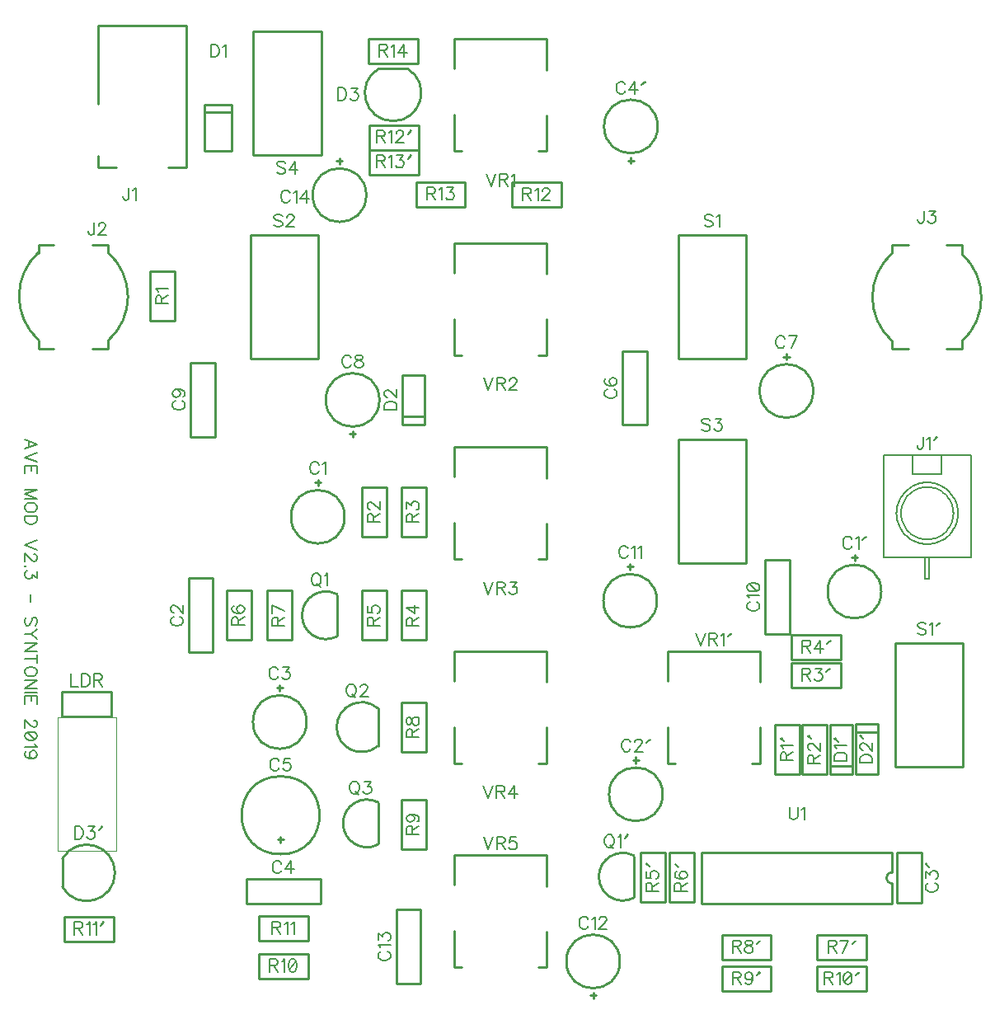
<source format=gbr>
G04 DipTrace 3.3.1.1*
G04 TopSilk.gbr*
%MOMM*%
G04 #@! TF.FileFunction,Legend,Top*
G04 #@! TF.Part,Single*
%ADD10C,0.25*%
%ADD16C,0.03333*%
%ADD29C,0.127*%
%ADD89C,0.19608*%
%FSLAX35Y35*%
G04*
G71*
G90*
G75*
G01*
G04 TopSilk*
%LPD*%
X3847293Y5916838D2*
D10*
G02X3847293Y5916838I275000J0D01*
G01*
X4092318Y6266838D2*
X4152268D1*
X4122293Y6296837D2*
Y6236839D1*
X3045973Y4525187D2*
X2795973D1*
X3045973Y5285187D2*
X2795973D1*
Y4525187D2*
Y5285187D1*
X3045973Y4525187D2*
Y5285187D1*
X3456083Y3809048D2*
G02X3456083Y3809048I275000J0D01*
G01*
X3701108Y4159048D2*
X3761058D1*
X3731083Y4189047D2*
Y4129049D1*
X3387467Y1947957D2*
Y2197957D1*
X4147467Y1947957D2*
Y2197957D1*
X3387467D2*
X4147467D1*
X3387467Y1947957D2*
X4147467D1*
X3740363Y3251843D2*
G02X3740363Y3251843I0J-400000D01*
G01*
X3770363Y2601843D2*
X3710363D1*
X3740363Y2571843D2*
Y2631843D1*
X7251927Y7619877D2*
X7501927D1*
X7251927Y6859877D2*
X7501927D1*
Y7619877D2*
Y6859877D1*
X7251927Y7619877D2*
Y6859877D1*
X8660247Y7209318D2*
G02X8660247Y7209318I275000J0D01*
G01*
X8905272Y7559318D2*
X8965222D1*
X8935247Y7589317D2*
Y7529319D1*
X4204950Y7116955D2*
G02X4204950Y7116955I275000J0D01*
G01*
X4509925Y6766956D2*
X4449975D1*
X4479950Y6736957D2*
Y6796955D1*
X2815893Y7499757D2*
X3065893D1*
X2815893Y6739757D2*
X3065893D1*
Y7499757D2*
Y6739757D1*
X2815893Y7499757D2*
Y6739757D1*
X8717040Y5473637D2*
X8967040D1*
X8717040Y4713637D2*
X8967040D1*
Y5473637D2*
Y4713637D1*
X8717040Y5473637D2*
Y4713637D1*
X7055087Y5054672D2*
G02X7055087Y5054672I275000J0D01*
G01*
X7300112Y5404671D2*
X7360062D1*
X7330087Y5434670D2*
Y5374672D1*
X6674947Y1351118D2*
G02X6674947Y1351118I275000J0D01*
G01*
X6979922Y1001119D2*
X6919972D1*
X6949947Y971120D2*
Y1031118D1*
X4926723Y1884097D2*
X5176723D1*
X4926723Y1124097D2*
X5176723D1*
Y1884097D2*
Y1124097D1*
X4926723Y1884097D2*
Y1124097D1*
X4070017Y9220042D2*
G02X4070017Y9220042I275000J0D01*
G01*
X4315042Y9570041D2*
X4374992D1*
X4345017Y9600040D2*
Y9540042D1*
X9359077Y5149488D2*
G02X9359077Y5149488I275000J0D01*
G01*
X9604102Y5499488D2*
X9664052D1*
X9634077Y5529487D2*
Y5469489D1*
X7113423Y3067472D2*
G02X7113423Y3067472I275000J0D01*
G01*
X7358448Y3417471D2*
X7418398D1*
X7388423Y3447470D2*
Y3387472D1*
X10070140Y1956590D2*
Y2466590D1*
X10320140Y1956590D2*
Y2466590D1*
Y1956590D2*
X10070140D1*
X10320140Y2466590D2*
X10070140D1*
X7062103Y9925585D2*
G02X7062103Y9925585I275000J0D01*
G01*
X7367078Y9575586D2*
X7307128D1*
X7337103Y9545587D2*
Y9605585D1*
X2960043Y10148182D2*
X3240043D1*
Y10142936D2*
Y9672724D1*
X2960043Y10072324D2*
X3240043D1*
X2960043Y9672724D2*
X3240043D1*
X2960043Y10142936D2*
Y9672724D1*
X5221807Y6865188D2*
X4991807D1*
Y7375698D1*
X5221807Y6950035D2*
X4991807D1*
X5221807Y7375698D2*
X4991807D1*
X5221807Y6865188D2*
Y7375698D1*
X4749412Y10520687D2*
X5040135D1*
G02X4749412Y10520687I-145362J-250435D01*
G01*
X9615530Y3272178D2*
X9385530D1*
Y3782688D1*
X9615530Y3357025D2*
X9385530D1*
X9615530Y3782688D2*
X9385530D1*
X9615530Y3272178D2*
Y3782688D1*
X9646063Y3788002D2*
X9876063D1*
Y3277492D1*
X9646063Y3703155D2*
X9876063D1*
X9646063Y3277492D2*
X9876063D1*
X9646063Y3788002D2*
Y3277492D1*
X1498540Y2115295D2*
Y2406018D1*
G02X1498540Y2115295I250435J-145362D01*
G01*
X2048270Y9508617D2*
X1868277D1*
X2768240Y10958517D2*
Y9508455D1*
X2588247D1*
X1868277D2*
Y9623475D1*
Y10153539D2*
Y10958517D1*
X2768240D1*
X1412227Y7641182D2*
X1251753D1*
Y7725122D1*
X1412227Y8709178D2*
X1251753D1*
Y8625238D1*
X1250969Y7735195D2*
G02X1250969Y8629995I408349J447400D01*
G01*
X1802156Y7641182D2*
X1967781D1*
Y7724982D1*
X1802156Y8709178D2*
X1967781D1*
Y8625378D1*
Y7724982D2*
G03X1968565Y8629995I-399808J452853D01*
G01*
X10578460Y8709108D2*
X10738933D1*
Y8625168D1*
X10578460Y7641112D2*
X10738933D1*
Y7725052D1*
X10739717Y8615095D2*
G02X10739717Y7720295I-408351J-447400D01*
G01*
X10188530Y8709108D2*
X10022905D1*
Y8625308D1*
X10188530Y7641112D2*
X10022905D1*
Y7724912D1*
Y8625308D2*
G03X10022122Y7720295I399810J-452853D01*
G01*
X9931162Y6552716D2*
D29*
X10231122D1*
X10531082D1*
X10831132D1*
X9931162D2*
Y5502832D1*
X10401126D1*
X10831132D1*
Y6552716D1*
X10064897Y5952687D2*
X10065667Y5974741D1*
X10067974Y5996687D1*
X10071807Y6018419D1*
X10077146Y6039831D1*
X10083967Y6060819D1*
X10092235Y6081279D1*
X10101910Y6101114D1*
X10112945Y6120224D1*
X10125287Y6138519D1*
X10138875Y6155909D1*
X10153643Y6172308D1*
X10169520Y6187637D1*
X10186427Y6201822D1*
X10204282Y6214793D1*
X10222999Y6226487D1*
X10242487Y6236847D1*
X10262649Y6245823D1*
X10283389Y6253370D1*
X10304605Y6259453D1*
X10326193Y6264041D1*
X10348049Y6267112D1*
X10370066Y6268651D1*
X10392137D1*
X10414154Y6267112D1*
X10436010Y6264041D1*
X10457598Y6259453D1*
X10478814Y6253370D1*
X10499554Y6245823D1*
X10519717Y6236847D1*
X10539204Y6226487D1*
X10557921Y6214793D1*
X10575777Y6201822D1*
X10592684Y6187637D1*
X10608560Y6172308D1*
X10623328Y6155909D1*
X10636916Y6138519D1*
X10649258Y6120224D1*
X10660294Y6101114D1*
X10669969Y6081279D1*
X10678237Y6060819D1*
X10685057Y6039831D1*
X10690396Y6018419D1*
X10694229Y5996687D1*
X10696536Y5974741D1*
X10697306Y5952687D1*
X10696536Y5930633D1*
X10694229Y5908686D1*
X10690396Y5886954D1*
X10685057Y5865542D1*
X10678237Y5844554D1*
X10669969Y5824094D1*
X10660294Y5804260D1*
X10649258Y5785149D1*
X10636916Y5766854D1*
X10623328Y5749465D1*
X10608560Y5733065D1*
X10592684Y5717736D1*
X10575777Y5703551D1*
X10557921Y5690580D1*
X10539204Y5678886D1*
X10519717Y5668526D1*
X10499554Y5659551D1*
X10478814Y5652003D1*
X10457598Y5645920D1*
X10436010Y5641332D1*
X10414154Y5638261D1*
X10392137Y5636722D1*
X10370066D1*
X10348049Y5638261D1*
X10326193Y5641332D1*
X10304605Y5645920D1*
X10283389Y5652003D1*
X10262649Y5659551D1*
X10242487Y5668526D1*
X10222999Y5678886D1*
X10204282Y5690580D1*
X10186427Y5703551D1*
X10169520Y5717736D1*
X10153643Y5733065D1*
X10138875Y5749465D1*
X10125287Y5766854D1*
X10112945Y5785149D1*
X10101910Y5804260D1*
X10092235Y5824094D1*
X10083967Y5844554D1*
X10077146Y5865542D1*
X10071807Y5886954D1*
X10067974Y5908686D1*
X10065667Y5930633D1*
X10064897Y5952687D1*
X10231122Y6552716D2*
Y6352706D1*
X10531082D1*
Y6552716D1*
X10112056Y5952754D2*
X10112711Y5971523D1*
X10114674Y5990201D1*
X10117936Y6008696D1*
X10122480Y6026919D1*
X10128284Y6044780D1*
X10135320Y6062194D1*
X10143553Y6079074D1*
X10152945Y6095338D1*
X10163447Y6110908D1*
X10175011Y6125708D1*
X10187579Y6139664D1*
X10201090Y6152711D1*
X10215478Y6164783D1*
X10230673Y6175822D1*
X10246601Y6185774D1*
X10263185Y6194591D1*
X10280343Y6202230D1*
X10297993Y6208653D1*
X10316048Y6213830D1*
X10334419Y6217735D1*
X10353019Y6220348D1*
X10371756Y6221658D1*
X10390538D1*
X10409274Y6220348D1*
X10427874Y6217735D1*
X10446246Y6213830D1*
X10464300Y6208653D1*
X10481950Y6202230D1*
X10499108Y6194591D1*
X10515692Y6185774D1*
X10531620Y6175822D1*
X10546816Y6164783D1*
X10561204Y6152711D1*
X10574715Y6139664D1*
X10587282Y6125708D1*
X10598846Y6110908D1*
X10609349Y6095338D1*
X10618740Y6079074D1*
X10626974Y6062194D1*
X10634010Y6044780D1*
X10639814Y6026919D1*
X10644357Y6008696D1*
X10647619Y5990201D1*
X10649582Y5971523D1*
X10650238Y5952754D1*
X10649582Y5933984D1*
X10647619Y5915306D1*
X10644357Y5896811D1*
X10639814Y5878588D1*
X10634010Y5860727D1*
X10626974Y5843313D1*
X10618740Y5826433D1*
X10609349Y5810169D1*
X10598846Y5794599D1*
X10587282Y5779800D1*
X10574715Y5765843D1*
X10561204Y5752797D1*
X10546816Y5740725D1*
X10531620Y5729686D1*
X10515692Y5719733D1*
X10499108Y5710916D1*
X10481950Y5703277D1*
X10464300Y5696854D1*
X10446246Y5691677D1*
X10427874Y5687773D1*
X10409274Y5685159D1*
X10390538Y5683849D1*
X10371756D1*
X10353019Y5685159D1*
X10334419Y5687773D1*
X10316048Y5691677D1*
X10297993Y5696854D1*
X10280343Y5703277D1*
X10263185Y5710916D1*
X10246601Y5719733D1*
X10230673Y5729686D1*
X10215478Y5740725D1*
X10201090Y5752797D1*
X10187579Y5765843D1*
X10175011Y5779800D1*
X10163447Y5794599D1*
X10152945Y5810169D1*
X10143553Y5826433D1*
X10135320Y5843313D1*
X10128284Y5860727D1*
X10122480Y5878588D1*
X10117936Y5896811D1*
X10114674Y5915306D1*
X10112711Y5933984D1*
X10112056Y5952754D1*
X10361167Y5492651D2*
Y5282594D1*
X10401126D1*
Y5502832D1*
X1493853Y4116950D2*
D10*
X2001020D1*
Y3862950D2*
Y4116950D1*
X1493853Y3862950D2*
X2001020D1*
X1493853D2*
Y4116950D1*
X4319950Y5121544D2*
G03X4319950Y4688830I-115008J-216357D01*
G01*
Y4695347D2*
Y5115026D1*
X4740935Y3948547D2*
G03X4740935Y3564547I-169121J-192000D01*
G01*
Y3948547D1*
X4741703Y2984827D2*
G03X4741703Y2552113I-115008J-216357D01*
G01*
Y2558631D2*
Y2978309D1*
X7368827Y2436904D2*
G03X7368827Y2004190I-115008J-216357D01*
G01*
Y2010707D2*
Y2430386D1*
X2401337Y7929867D2*
Y8437033D1*
X2655337D2*
X2401337D1*
X2655337Y7929867D2*
Y8437033D1*
Y7929867D2*
X2401337D1*
X4574847Y5715753D2*
Y6222920D1*
X4828847D2*
X4574847D1*
X4828847Y5715753D2*
Y6222920D1*
Y5715753D2*
X4574847D1*
X5232013Y6222920D2*
Y5715753D1*
X4978013D2*
X5232013D1*
X4978013Y6222920D2*
Y5715753D1*
Y6222920D2*
X5232013D1*
Y5158770D2*
Y4651603D1*
X4978013D2*
X5232013D1*
X4978013Y5158770D2*
Y4651603D1*
Y5158770D2*
X5232013D1*
X4828847D2*
Y4651603D1*
X4574847D2*
X4828847D1*
X4574847Y5158770D2*
Y4651603D1*
Y5158770D2*
X4828847D1*
X3185667Y4651603D2*
Y5158770D1*
X3439667D2*
X3185667D1*
X3439667Y4651603D2*
Y5158770D1*
Y4651603D2*
X3185667D1*
X3852790Y5158770D2*
Y4651603D1*
X3598790D2*
X3852790D1*
X3598790Y5158770D2*
Y4651603D1*
Y5158770D2*
X3852790D1*
X5232013Y4010130D2*
Y3502963D1*
X4978013D2*
X5232013D1*
X4978013Y4010130D2*
Y3502963D1*
Y4010130D2*
X5232013D1*
X4978013Y2505237D2*
Y3012403D1*
X5232013D2*
X4978013D1*
X5232013Y2505237D2*
Y3012403D1*
Y2505237D2*
X4978013D1*
X4021050Y1174663D2*
X3513883D1*
Y1428663D2*
Y1174663D1*
X4021050Y1428663D2*
X3513883D1*
X4021050D2*
Y1174663D1*
X3513883Y1813913D2*
X4021050D1*
Y1559913D2*
Y1813913D1*
X3513883Y1559913D2*
X4021050D1*
X3513883D2*
Y1813913D1*
X6115210Y9349160D2*
X6622377D1*
Y9095160D2*
Y9349160D1*
X6115210Y9095160D2*
X6622377D1*
X6115210D2*
Y9349160D1*
X5130250Y9354550D2*
X5637417D1*
Y9100550D2*
Y9354550D1*
X5130250Y9100550D2*
X5637417D1*
X5130250D2*
Y9354550D1*
X9073603Y3783277D2*
Y3276110D1*
X8819603D2*
X9073603D1*
X8819603Y3783277D2*
Y3276110D1*
Y3783277D2*
X9073603D1*
X9252167Y1297040D2*
X9759333D1*
Y1043040D2*
Y1297040D1*
X9252167Y1043040D2*
X9759333D1*
X9252167D2*
Y1297040D1*
X2027433Y1555920D2*
X1520267D1*
Y1809920D2*
Y1555920D1*
X2027433Y1809920D2*
X1520267D1*
X2027433D2*
Y1555920D1*
X5148357Y10570950D2*
X4641190D1*
Y10824950D2*
Y10570950D1*
X5148357Y10824950D2*
X4641190D1*
X5148357D2*
Y10570950D1*
X5158687Y9685313D2*
X4651520D1*
Y9939313D2*
Y9685313D1*
X5158687Y9939313D2*
X4651520D1*
X5158687D2*
Y9685313D1*
X4651220Y9685133D2*
X5158387D1*
Y9431133D2*
Y9685133D1*
X4651220Y9431133D2*
X5158387D1*
X4651220D2*
Y9685133D1*
X9098307Y3276267D2*
Y3783433D1*
X9352307D2*
X9098307D1*
X9352307Y3276267D2*
Y3783433D1*
Y3276267D2*
X9098307D1*
X9492350Y4161880D2*
X8985183D1*
Y4415880D2*
Y4161880D1*
X9492350Y4415880D2*
X8985183D1*
X9492350D2*
Y4161880D1*
X9497127Y4449497D2*
X8989960D1*
Y4703497D2*
Y4449497D1*
X9497127Y4703497D2*
X8989960D1*
X9497127D2*
Y4449497D1*
X7690443Y2469547D2*
Y1962380D1*
X7436443D2*
X7690443D1*
X7436443Y2469547D2*
Y1962380D1*
Y2469547D2*
X7690443D1*
X7986320Y2467453D2*
Y1960287D1*
X7732320D2*
X7986320D1*
X7732320Y2467453D2*
Y1960287D1*
Y2467453D2*
X7986320D1*
X9252167Y1622993D2*
X9759333D1*
Y1368993D2*
Y1622993D1*
X9252167Y1368993D2*
X9759333D1*
X9252167D2*
Y1622993D1*
X8778180Y1368993D2*
X8271013D1*
Y1622993D2*
Y1368993D1*
X8778180Y1622993D2*
X8271013D1*
X8778180D2*
Y1368993D1*
X8271013Y1297040D2*
X8778180D1*
Y1043040D2*
Y1297040D1*
X8271013Y1043040D2*
X8778180D1*
X8271013D2*
Y1297040D1*
X7822617Y7540273D2*
X8521117D1*
Y8810354D1*
X7822617D1*
Y7540273D1*
X3428473Y7540106D2*
X4126973D1*
Y8810187D1*
X3428473D1*
Y7540106D1*
X7822317Y5444823D2*
X8520817D1*
Y6714904D1*
X7822317D1*
Y5444823D1*
X4159213Y10905857D2*
X3460713D1*
Y9635776D1*
X4159213D1*
Y10905857D1*
X10747677Y4619117D2*
X10049177D1*
Y3349036D1*
X10747677D1*
Y4619117D1*
X10022320Y1948482D2*
X8062320D1*
Y2468491D2*
Y1948482D1*
X10022320Y2468491D2*
X8062320D1*
X10022320D2*
Y2268538D1*
Y1948482D2*
Y2148436D1*
Y2268538D2*
G03X10022320Y2148436I75J-60051D01*
G01*
X5522104Y9673095D2*
Y10045084D1*
X6472196Y9673095D2*
Y10040124D1*
X5522104Y9673095D2*
X5602206D1*
X5522104Y10823110D2*
X6472196D1*
Y9673095D2*
X6387133D1*
X5522104Y10823110D2*
Y10518146D1*
X6472196Y10823110D2*
Y10508092D1*
X5522267Y7577425D2*
Y7949414D1*
X6472359Y7577425D2*
Y7944454D1*
X5522267Y7577425D2*
X5602369D1*
X5522267Y8727440D2*
X6472359D1*
Y7577425D2*
X6387296D1*
X5522267Y8727440D2*
Y8422476D1*
X6472359Y8727440D2*
Y8412422D1*
X5522467Y5481312D2*
Y5853300D1*
X6472559Y5481312D2*
Y5848341D1*
X5522467Y5481312D2*
X5602569D1*
X5522467Y6631327D2*
X6472559D1*
Y5481312D2*
X6387496D1*
X5522467Y6631327D2*
Y6326363D1*
X6472559Y6631327D2*
Y6316309D1*
X5522637Y3386282D2*
Y3758270D1*
X6472729Y3386282D2*
Y3753311D1*
X5522637Y3386282D2*
X5602739D1*
X5522637Y4536297D2*
X6472729D1*
Y3386282D2*
X6387666D1*
X5522637Y4536297D2*
Y4231333D1*
X6472729Y4536297D2*
Y4221279D1*
X5522667Y1290622D2*
Y1662610D1*
X6472759Y1290622D2*
Y1657651D1*
X5522667Y1290622D2*
X5602769D1*
X5522667Y2440637D2*
X6472759D1*
Y1290622D2*
X6387696D1*
X5522667Y2440637D2*
Y2135673D1*
X6472759Y2440637D2*
Y2125619D1*
X7712547Y3386745D2*
Y3758734D1*
X8662639Y3386745D2*
Y3753774D1*
X7712547Y3386745D2*
X7792649D1*
X7712547Y4536760D2*
X8662639D1*
Y3386745D2*
X8577576D1*
X7712547Y4536760D2*
Y4231796D1*
X8662639Y4536760D2*
Y4221742D1*
X1451270Y3858740D2*
D16*
X2053693D1*
Y2486130D1*
X1451270D1*
Y3858740D1*
X4133009Y6452500D2*
D89*
X4126972Y6464573D1*
X4114759Y6476787D1*
X4102685Y6482823D1*
X4078399D1*
X4066185Y6476787D1*
X4054112Y6464573D1*
X4047935Y6452500D1*
X4041899Y6434250D1*
Y6403787D1*
X4047935Y6385677D1*
X4054112Y6373464D1*
X4066185Y6361391D1*
X4078399Y6355214D1*
X4102685D1*
X4114759Y6361391D1*
X4126972Y6373464D1*
X4133009Y6385677D1*
X4172224Y6458396D2*
X4184438Y6464573D1*
X4202688Y6482683D1*
Y6355214D1*
X2640310Y4888597D2*
X2628237Y4882561D1*
X2616023Y4870347D1*
X2609987Y4858274D1*
Y4833988D1*
X2616023Y4821774D1*
X2628237Y4809701D1*
X2640310Y4803524D1*
X2658560Y4797488D1*
X2689023D1*
X2707133Y4803524D1*
X2719346Y4809701D1*
X2731420Y4821774D1*
X2737596Y4833988D1*
Y4858274D1*
X2731420Y4870347D1*
X2719346Y4882561D1*
X2707133Y4888597D1*
X2640450Y4933990D2*
X2634414D1*
X2622200Y4940026D1*
X2616164Y4946063D1*
X2610127Y4958276D1*
Y4982563D1*
X2616164Y4994636D1*
X2622200Y5000673D1*
X2634414Y5006849D1*
X2646487D1*
X2658700Y5000672D1*
X2676810Y4988599D1*
X2737596Y4927813D1*
Y5012886D1*
X3714494Y4344710D2*
X3708457Y4356783D1*
X3696244Y4368997D1*
X3684171Y4375033D1*
X3659884D1*
X3647671Y4368997D1*
X3635598Y4356783D1*
X3629421Y4344710D1*
X3623384Y4326460D1*
Y4295997D1*
X3629421Y4277887D1*
X3635598Y4265674D1*
X3647671Y4253601D1*
X3659884Y4247424D1*
X3684171D1*
X3696244Y4253601D1*
X3708457Y4265674D1*
X3714494Y4277887D1*
X3765923Y4374893D2*
X3832606D1*
X3796246Y4326320D1*
X3814496D1*
X3826569Y4320283D1*
X3832606Y4314247D1*
X3838783Y4295997D1*
Y4283924D1*
X3832606Y4265674D1*
X3820533Y4253460D1*
X3802283Y4247424D1*
X3784033D1*
X3765923Y4253460D1*
X3759886Y4259637D1*
X3753709Y4271710D1*
X3747859Y2353620D2*
X3741822Y2365693D1*
X3729609Y2377907D1*
X3717536Y2383943D1*
X3693249D1*
X3681036Y2377907D1*
X3668963Y2365693D1*
X3662786Y2353620D1*
X3656749Y2335370D1*
Y2304907D1*
X3662786Y2286797D1*
X3668963Y2274584D1*
X3681036Y2262511D1*
X3693249Y2256334D1*
X3717536D1*
X3729609Y2262511D1*
X3741822Y2274584D1*
X3747859Y2286797D1*
X3847861Y2256334D2*
Y2383803D1*
X3787075Y2298870D1*
X3878184D1*
X3723774Y3407507D2*
X3717737Y3419580D1*
X3705524Y3431793D1*
X3693451Y3437830D1*
X3669164D1*
X3656951Y3431793D1*
X3644878Y3419580D1*
X3638701Y3407507D1*
X3632664Y3389257D1*
Y3358793D1*
X3638701Y3340684D1*
X3644878Y3328470D1*
X3656951Y3316397D1*
X3669164Y3310220D1*
X3693451D1*
X3705524Y3316397D1*
X3717737Y3328470D1*
X3723774Y3340684D1*
X3835849Y3437690D2*
X3775203D1*
X3769166Y3383080D1*
X3775203Y3389116D1*
X3793453Y3395293D1*
X3811563D1*
X3829813Y3389116D1*
X3842026Y3377043D1*
X3848063Y3358793D1*
Y3346720D1*
X3842026Y3328470D1*
X3829813Y3316257D1*
X3811563Y3310220D1*
X3793453D1*
X3775203Y3316257D1*
X3769166Y3322434D1*
X3762989Y3334507D1*
X7096263Y7226376D2*
X7084190Y7220339D1*
X7071977Y7208126D1*
X7065940Y7196053D1*
Y7171766D1*
X7071977Y7159553D1*
X7084190Y7147480D1*
X7096263Y7141303D1*
X7114513Y7135266D1*
X7144977D1*
X7163086Y7141303D1*
X7175300Y7147480D1*
X7187373Y7159553D1*
X7193550Y7171766D1*
Y7196053D1*
X7187373Y7208126D1*
X7175300Y7220339D1*
X7163086Y7226376D1*
X7084190Y7338451D2*
X7072117Y7332414D1*
X7066081Y7314164D1*
Y7302091D1*
X7072117Y7283841D1*
X7090367Y7271628D1*
X7120690Y7265591D1*
X7151013D1*
X7175300Y7271628D1*
X7187513Y7283841D1*
X7193550Y7302091D1*
Y7308128D1*
X7187513Y7326237D1*
X7175300Y7338451D1*
X7157050Y7344487D1*
X7151013D1*
X7132763Y7338451D1*
X7120690Y7326237D1*
X7114654Y7308128D1*
Y7302091D1*
X7120690Y7283841D1*
X7132763Y7271628D1*
X7151013Y7265591D1*
X8918657Y7744980D2*
X8912621Y7757053D1*
X8900407Y7769267D1*
X8888334Y7775303D1*
X8864047D1*
X8851834Y7769267D1*
X8839761Y7757053D1*
X8833584Y7744980D1*
X8827547Y7726730D1*
Y7696267D1*
X8833584Y7678157D1*
X8839761Y7665944D1*
X8851834Y7653871D1*
X8864047Y7647694D1*
X8888334D1*
X8900407Y7653871D1*
X8912621Y7665944D1*
X8918657Y7678157D1*
X8982159Y7647694D2*
X9042946Y7775163D1*
X8957873D1*
X4463431Y7547620D2*
X4457394Y7559693D1*
X4445181Y7571907D1*
X4433108Y7577943D1*
X4408821D1*
X4396608Y7571907D1*
X4384534Y7559693D1*
X4378358Y7547620D1*
X4372321Y7529370D1*
Y7498907D1*
X4378358Y7480797D1*
X4384534Y7468584D1*
X4396608Y7456511D1*
X4408821Y7450334D1*
X4433108D1*
X4445181Y7456511D1*
X4457394Y7468584D1*
X4463431Y7480797D1*
X4532969Y7577803D2*
X4514860Y7571766D1*
X4508683Y7559693D1*
Y7547480D1*
X4514860Y7535407D1*
X4526933Y7529230D1*
X4551219Y7523193D1*
X4569469Y7517157D1*
X4581542Y7504943D1*
X4587579Y7492870D1*
Y7474620D1*
X4581542Y7462547D1*
X4575506Y7456370D1*
X4557256Y7450334D1*
X4532969D1*
X4514860Y7456370D1*
X4508683Y7462547D1*
X4502646Y7474620D1*
Y7492870D1*
X4508683Y7504943D1*
X4520896Y7517157D1*
X4539006Y7523193D1*
X4563292Y7529230D1*
X4575506Y7535407D1*
X4581542Y7547480D1*
Y7559693D1*
X4575506Y7571766D1*
X4557256Y7577803D1*
X4532969D1*
X2660230Y7106186D2*
X2648157Y7100149D1*
X2635943Y7087936D1*
X2629907Y7075863D1*
Y7051576D1*
X2635943Y7039363D1*
X2648157Y7027290D1*
X2660230Y7021113D1*
X2678480Y7015076D1*
X2708943D1*
X2727053Y7021113D1*
X2739266Y7027290D1*
X2751340Y7039363D1*
X2757516Y7051576D1*
Y7075862D1*
X2751340Y7087935D1*
X2739266Y7100149D1*
X2727053Y7106186D1*
X2672443Y7224438D2*
X2690693Y7218261D1*
X2702907Y7206188D1*
X2708943Y7187938D1*
Y7181901D1*
X2702907Y7163651D1*
X2690693Y7151578D1*
X2672443Y7145401D1*
X2666407D1*
X2648157Y7151578D1*
X2636084Y7163651D1*
X2630047Y7181901D1*
Y7187938D1*
X2636084Y7206188D1*
X2648157Y7218261D1*
X2672443Y7224438D1*
X2702907D1*
X2733230Y7218261D1*
X2751480Y7206188D1*
X2757516Y7187938D1*
Y7175865D1*
X2751480Y7157615D1*
X2739266Y7151578D1*
X8561377Y5042208D2*
X8549304Y5036171D1*
X8537090Y5023958D1*
X8531053Y5011885D1*
Y4987598D1*
X8537090Y4975385D1*
X8549303Y4963312D1*
X8561376Y4957135D1*
X8579626Y4951098D1*
X8610090D1*
X8628200Y4957135D1*
X8640413Y4963312D1*
X8652486Y4975385D1*
X8658663Y4987598D1*
Y5011885D1*
X8652486Y5023958D1*
X8640413Y5036171D1*
X8628200Y5042208D1*
X8555480Y5081423D2*
X8549304Y5093637D1*
X8531194Y5111887D1*
X8658663D1*
X8531194Y5187602D2*
X8537230Y5169352D1*
X8555480Y5157139D1*
X8585804Y5151102D1*
X8604054D1*
X8634377Y5157139D1*
X8652627Y5169352D1*
X8658663Y5187602D1*
Y5199675D1*
X8652627Y5217925D1*
X8634377Y5229999D1*
X8604053Y5236175D1*
X8585804D1*
X8555480Y5229999D1*
X8537230Y5217926D1*
X8531194Y5199676D1*
Y5187602D1*
X8555480Y5229999D2*
X8634377Y5157139D1*
X7305962Y5590334D2*
X7299926Y5602407D1*
X7287712Y5614620D1*
X7275639Y5620657D1*
X7251353D1*
X7239139Y5614620D1*
X7227066Y5602407D1*
X7220889Y5590334D1*
X7214853Y5572084D1*
Y5541620D1*
X7220889Y5523510D1*
X7227066Y5511297D1*
X7239139Y5499224D1*
X7251353Y5493047D1*
X7275639D1*
X7287712Y5499224D1*
X7299926Y5511297D1*
X7305962Y5523510D1*
X7345178Y5596230D2*
X7357391Y5602407D1*
X7375641Y5620516D1*
Y5493047D1*
X7414857Y5596230D2*
X7427071Y5602407D1*
X7445321Y5620516D1*
Y5493047D1*
X6898518Y1781784D2*
X6892481Y1793857D1*
X6880268Y1806070D1*
X6868194Y1812107D1*
X6843908D1*
X6831694Y1806070D1*
X6819621Y1793857D1*
X6813444Y1781784D1*
X6807408Y1763534D1*
Y1733070D1*
X6813444Y1714960D1*
X6819621Y1702747D1*
X6831694Y1690674D1*
X6843908Y1684497D1*
X6868194D1*
X6880268Y1690674D1*
X6892481Y1702747D1*
X6898518Y1714960D1*
X6937733Y1787680D2*
X6949947Y1793857D1*
X6968197Y1811966D1*
Y1684497D1*
X7013589Y1781643D2*
Y1787680D1*
X7019626Y1799893D1*
X7025662Y1805930D1*
X7037876Y1811966D1*
X7062162D1*
X7074235Y1805930D1*
X7080272Y1799893D1*
X7086449Y1787680D1*
Y1775607D1*
X7080272Y1763393D1*
X7068199Y1745284D1*
X7007412Y1684497D1*
X7092485D1*
X4771060Y1452668D2*
X4758987Y1446631D1*
X4746773Y1434418D1*
X4740737Y1422345D1*
Y1398058D1*
X4746773Y1385845D1*
X4758987Y1373772D1*
X4771060Y1367595D1*
X4789310Y1361558D1*
X4819773D1*
X4837883Y1367595D1*
X4850096Y1373772D1*
X4862170Y1385845D1*
X4868346Y1398058D1*
Y1422345D1*
X4862170Y1434418D1*
X4850096Y1446631D1*
X4837883Y1452668D1*
X4765164Y1491883D2*
X4758987Y1504097D1*
X4740877Y1522347D1*
X4868346D1*
X4740877Y1573776D2*
Y1640459D1*
X4789450Y1604099D1*
Y1622349D1*
X4795487Y1634422D1*
X4801523Y1640459D1*
X4819773Y1646635D1*
X4831846D1*
X4850096Y1640459D1*
X4862310Y1628385D1*
X4868346Y1610135D1*
Y1591885D1*
X4862310Y1573776D1*
X4856133Y1567739D1*
X4844060Y1561562D1*
X3834483Y9240244D2*
X3828446Y9252317D1*
X3816233Y9264530D1*
X3804160Y9270567D1*
X3779873D1*
X3767660Y9264530D1*
X3755586Y9252317D1*
X3749410Y9240244D1*
X3743373Y9221994D1*
Y9191530D1*
X3749410Y9173420D1*
X3755586Y9161207D1*
X3767660Y9149134D1*
X3779873Y9142957D1*
X3804160D1*
X3816233Y9149134D1*
X3828446Y9161207D1*
X3834483Y9173420D1*
X3873698Y9246140D2*
X3885912Y9252317D1*
X3904162Y9270426D1*
Y9142957D1*
X4004164D2*
Y9270426D1*
X3943377Y9185494D1*
X4034487D1*
X9606934Y5685150D2*
X9600898Y5697223D1*
X9588684Y5709437D1*
X9576611Y5715473D1*
X9552324D1*
X9540111Y5709437D1*
X9528038Y5697223D1*
X9521861Y5685150D1*
X9515824Y5666900D1*
Y5636437D1*
X9521861Y5618327D1*
X9528038Y5606114D1*
X9540111Y5594041D1*
X9552324Y5587864D1*
X9576611D1*
X9588684Y5594041D1*
X9600898Y5606114D1*
X9606934Y5618327D1*
X9646150Y5691046D2*
X9658363Y5697223D1*
X9676613Y5715333D1*
Y5587864D1*
X9746292Y5715333D2*
X9715829Y5678833D1*
X9752329Y5709296D1*
X9746292Y5715333D1*
X7333976Y3603134D2*
X7327939Y3615207D1*
X7315726Y3627420D1*
X7303653Y3633457D1*
X7279366D1*
X7267153Y3627420D1*
X7255080Y3615207D1*
X7248903Y3603134D1*
X7242866Y3584884D1*
Y3554420D1*
X7248903Y3536310D1*
X7255080Y3524097D1*
X7267153Y3512024D1*
X7279366Y3505847D1*
X7303653D1*
X7315726Y3512024D1*
X7327939Y3524097D1*
X7333976Y3536310D1*
X7379369Y3602993D2*
Y3609030D1*
X7385405Y3621243D1*
X7391442Y3627280D1*
X7403655Y3633316D1*
X7427942D1*
X7440015Y3627280D1*
X7446051Y3621243D1*
X7452228Y3609030D1*
Y3596957D1*
X7446051Y3584743D1*
X7433978Y3566634D1*
X7373192Y3505847D1*
X7458265D1*
X7527944Y3633316D2*
X7497480Y3596816D1*
X7533980Y3627280D1*
X7527944Y3633316D1*
X10393538Y2157143D2*
X10381465Y2151106D1*
X10369252Y2138893D1*
X10363215Y2126820D1*
Y2102533D1*
X10369252Y2090320D1*
X10381465Y2078247D1*
X10393538Y2072070D1*
X10411788Y2066033D1*
X10442252D1*
X10460361Y2072070D1*
X10472575Y2078247D1*
X10484648Y2090320D1*
X10490825Y2102533D1*
Y2126820D1*
X10484648Y2138893D1*
X10472575Y2151106D1*
X10460361Y2157143D1*
X10363356Y2208572D2*
Y2275255D1*
X10411929Y2238895D1*
Y2257145D1*
X10417965Y2269218D1*
X10424002Y2275255D1*
X10442252Y2281431D1*
X10454325D1*
X10472575Y2275254D1*
X10484788Y2263181D1*
X10490825Y2244931D1*
Y2226681D1*
X10484788Y2208572D1*
X10478611Y2202535D1*
X10466538Y2196358D1*
X10363356Y2351111D2*
X10399856Y2320647D1*
X10369392Y2357147D1*
X10363356Y2351111D1*
X7279638Y10356250D2*
X7273601Y10368323D1*
X7261388Y10380537D1*
X7249315Y10386573D1*
X7225028D1*
X7212815Y10380537D1*
X7200741Y10368323D1*
X7194565Y10356250D1*
X7188528Y10338000D1*
Y10307537D1*
X7194565Y10289427D1*
X7200741Y10277214D1*
X7212815Y10265141D1*
X7225028Y10258964D1*
X7249315D1*
X7261388Y10265141D1*
X7273601Y10277214D1*
X7279638Y10289427D1*
X7379640Y10258964D2*
Y10386433D1*
X7318853Y10301500D1*
X7409963D1*
X7479642Y10386433D2*
X7449179Y10349933D1*
X7485679Y10380396D1*
X7479642Y10386433D1*
X3022667Y10766317D2*
Y10638707D1*
X3065204D1*
X3083454Y10644884D1*
X3095667Y10656957D1*
X3101704Y10669170D1*
X3107740Y10687280D1*
Y10717744D1*
X3101704Y10735994D1*
X3095667Y10748067D1*
X3083454Y10760280D1*
X3065204Y10766317D1*
X3022667D1*
X3146956Y10741890D2*
X3159169Y10748067D1*
X3177419Y10766176D1*
Y10638707D1*
X4805820Y7015763D2*
X4933430D1*
Y7058299D1*
X4927253Y7076549D1*
X4915180Y7088763D1*
X4902966Y7094799D1*
X4884857Y7100836D1*
X4854393D1*
X4836143Y7094799D1*
X4824070Y7088763D1*
X4811857Y7076549D1*
X4805820Y7058299D1*
Y7015763D1*
X4836284Y7146228D2*
X4830247D1*
X4818034Y7152265D1*
X4811997Y7158301D1*
X4805961Y7170515D1*
Y7194801D1*
X4811997Y7206874D1*
X4818034Y7212911D1*
X4830247Y7219088D1*
X4842320D1*
X4854534Y7212911D1*
X4872643Y7200838D1*
X4933430Y7140051D1*
Y7225124D1*
X4330049Y10322253D2*
Y10194644D1*
X4372586D1*
X4390836Y10200821D1*
X4403049Y10212894D1*
X4409086Y10225107D1*
X4415122Y10243217D1*
Y10273680D1*
X4409086Y10291930D1*
X4403049Y10304003D1*
X4390836Y10316217D1*
X4372586Y10322253D1*
X4330049D1*
X4466551Y10322113D2*
X4533234D1*
X4496874Y10273540D1*
X4515124D1*
X4527197Y10267503D1*
X4533234Y10261467D1*
X4539411Y10243217D1*
Y10231144D1*
X4533234Y10212894D1*
X4521161Y10200680D1*
X4502911Y10194644D1*
X4484661D1*
X4466551Y10200680D1*
X4460515Y10206857D1*
X4454338Y10218930D1*
X9429074Y3412200D2*
X9556684D1*
Y3454736D1*
X9550507Y3472986D1*
X9538434Y3485200D1*
X9526221Y3491236D1*
X9508111Y3497273D1*
X9477647D1*
X9459397Y3491236D1*
X9447324Y3485200D1*
X9435111Y3472986D1*
X9429074Y3454736D1*
Y3412200D1*
X9453501Y3536488D2*
X9447324Y3548702D1*
X9429215Y3566952D1*
X9556684D1*
X9429215Y3636631D2*
X9465715Y3606167D1*
X9435251Y3642667D1*
X9429215Y3636631D1*
X9689608Y3390208D2*
X9817217D1*
Y3432745D1*
X9811040Y3450995D1*
X9798967Y3463208D1*
X9786754Y3469245D1*
X9768644Y3475281D1*
X9738181D1*
X9719931Y3469245D1*
X9707858Y3463208D1*
X9695644Y3450995D1*
X9689608Y3432745D1*
Y3390208D1*
X9720071Y3520674D2*
X9714035D1*
X9701821Y3526710D1*
X9695785Y3532747D1*
X9689748Y3544960D1*
Y3569247D1*
X9695785Y3581320D1*
X9701821Y3587356D1*
X9714035Y3593533D1*
X9726108D1*
X9738321Y3587356D1*
X9756431Y3575283D1*
X9817217Y3514497D1*
Y3599570D1*
X9689748Y3669249D2*
X9726248Y3638786D1*
X9695785Y3675286D1*
X9689748Y3669249D1*
X1626001Y2736208D2*
Y2608598D1*
X1668538D1*
X1686788Y2614775D1*
X1699001Y2626848D1*
X1705038Y2639062D1*
X1711074Y2657172D1*
Y2687635D1*
X1705038Y2705885D1*
X1699001Y2717958D1*
X1686788Y2730172D1*
X1668538Y2736208D1*
X1626001D1*
X1762503Y2736068D2*
X1829186D1*
X1792827Y2687495D1*
X1811077D1*
X1823150Y2681458D1*
X1829186Y2675422D1*
X1835363Y2657172D1*
Y2645098D1*
X1829186Y2626848D1*
X1817113Y2614635D1*
X1798863Y2608598D1*
X1780613D1*
X1762503Y2614635D1*
X1756467Y2620812D1*
X1750290Y2632885D1*
X1905042Y2736068D2*
X1874579Y2699568D1*
X1911079Y2730031D1*
X1905042Y2736068D1*
X2181294Y9295442D2*
Y9198295D1*
X2175257Y9180045D1*
X2169080Y9174009D1*
X2157007Y9167832D1*
X2144794D1*
X2132721Y9174009D1*
X2126684Y9180045D1*
X2120507Y9198295D1*
Y9210369D1*
X2220509Y9271015D2*
X2232723Y9277192D1*
X2250973Y9295301D1*
Y9167832D1*
X1825084Y8938660D2*
Y8841514D1*
X1819048Y8823264D1*
X1812871Y8817227D1*
X1800798Y8811050D1*
X1788584D1*
X1776511Y8817227D1*
X1770475Y8823264D1*
X1764298Y8841514D1*
Y8853587D1*
X1870477Y8908196D2*
Y8914233D1*
X1876513Y8926446D1*
X1882550Y8932483D1*
X1894763Y8938520D1*
X1919050D1*
X1931123Y8932483D1*
X1937160Y8926446D1*
X1943337Y8914233D1*
Y8902160D1*
X1937160Y8889946D1*
X1925087Y8871837D1*
X1864300Y8811050D1*
X1949373D1*
X10346113Y9060597D2*
Y8963450D1*
X10340077Y8945200D1*
X10333900Y8939164D1*
X10321827Y8932987D1*
X10309613D1*
X10297540Y8939164D1*
X10291504Y8945200D1*
X10285327Y8963450D1*
Y8975524D1*
X10397543Y9060456D2*
X10464225D1*
X10427866Y9011883D1*
X10446116D1*
X10458189Y9005847D1*
X10464225Y8999810D1*
X10470402Y8981560D1*
Y8969487D1*
X10464225Y8951237D1*
X10452152Y8939024D1*
X10433902Y8932987D1*
X10415652D1*
X10397543Y8939024D1*
X10391506Y8945200D1*
X10385329Y8957274D1*
X10338843Y6738702D2*
Y6641556D1*
X10332806Y6623306D1*
X10326629Y6617270D1*
X10314556Y6611093D1*
X10302343D1*
X10290269Y6617270D1*
X10284233Y6623306D1*
X10278056Y6641556D1*
Y6653629D1*
X10378058Y6714276D2*
X10390272Y6720452D1*
X10408522Y6738562D1*
Y6611093D1*
X10478201Y6738562D2*
X10447737Y6702062D1*
X10484237Y6732526D1*
X10478201Y6738562D1*
X1586718Y4302937D2*
Y4175327D1*
X1659578D1*
X1698793Y4302937D2*
Y4175327D1*
X1741330D1*
X1759580Y4181504D1*
X1771793Y4193577D1*
X1777830Y4205790D1*
X1783866Y4223900D1*
Y4254364D1*
X1777830Y4272614D1*
X1771793Y4284687D1*
X1759580Y4296900D1*
X1741330Y4302937D1*
X1698793D1*
X1823082Y4242150D2*
X1877692D1*
X1895942Y4248327D1*
X1902119Y4254364D1*
X1908155Y4266437D1*
Y4278650D1*
X1902119Y4290723D1*
X1895942Y4296900D1*
X1877692Y4302937D1*
X1823082D1*
Y4175327D1*
X1865619Y4242150D2*
X1908155Y4175327D1*
X4092950Y5336198D2*
X4080877Y5330302D1*
X4068664Y5318089D1*
X4062627Y5305875D1*
X4056450Y5287625D1*
Y5257302D1*
X4062627Y5239052D1*
X4068664Y5226979D1*
X4080877Y5214766D1*
X4092950Y5208729D1*
X4117237D1*
X4129450Y5214766D1*
X4141524Y5226979D1*
X4147560Y5239052D1*
X4153737Y5257302D1*
Y5287625D1*
X4147560Y5305875D1*
X4141524Y5318089D1*
X4129450Y5330302D1*
X4117237Y5336198D1*
X4092950D1*
X4111200Y5233016D2*
X4147560Y5196516D1*
X4192953Y5311771D2*
X4205166Y5317948D1*
X4223416Y5336058D1*
Y5208589D1*
X4454156Y4198396D2*
X4442083Y4192500D1*
X4429869Y4180286D1*
X4423833Y4168073D1*
X4417656Y4149823D1*
Y4119500D1*
X4423833Y4101250D1*
X4429869Y4089177D1*
X4442083Y4076963D1*
X4454156Y4070927D1*
X4478442D1*
X4490656Y4076963D1*
X4502729Y4089177D1*
X4508765Y4101250D1*
X4514942Y4119500D1*
Y4149823D1*
X4508765Y4168073D1*
X4502729Y4180286D1*
X4490656Y4192500D1*
X4478442Y4198396D1*
X4454156D1*
X4472406Y4095213D2*
X4508765Y4058713D1*
X4560335Y4167933D2*
Y4173969D1*
X4566371Y4186183D1*
X4572408Y4192219D1*
X4584621Y4198256D1*
X4608908D1*
X4620981Y4192219D1*
X4627018Y4186183D1*
X4633194Y4173969D1*
Y4161896D1*
X4627018Y4149683D1*
X4614944Y4131573D1*
X4554158Y4070786D1*
X4639231D1*
X4487399Y3199482D2*
X4475326Y3193586D1*
X4463112Y3181372D1*
X4457076Y3169159D1*
X4450899Y3150909D1*
Y3120586D1*
X4457076Y3102336D1*
X4463112Y3090262D1*
X4475326Y3078049D1*
X4487399Y3072012D1*
X4511686D1*
X4523899Y3078049D1*
X4535972Y3090262D1*
X4542009Y3102336D1*
X4548186Y3120586D1*
Y3150909D1*
X4542009Y3169159D1*
X4535972Y3181372D1*
X4523899Y3193586D1*
X4511686Y3199482D1*
X4487399D1*
X4505649Y3096299D2*
X4542009Y3059799D1*
X4599615Y3199341D2*
X4666297D1*
X4629938Y3150768D1*
X4648188D1*
X4660261Y3144732D1*
X4666297Y3138695D1*
X4672474Y3120445D1*
Y3108372D1*
X4666297Y3090122D1*
X4654224Y3077909D1*
X4635974Y3071872D1*
X4617724D1*
X4599615Y3077909D1*
X4593578Y3084086D1*
X4587401Y3096159D1*
X7103969Y2651558D2*
X7091896Y2645662D1*
X7079683Y2633449D1*
X7073646Y2621235D1*
X7067469Y2602985D1*
Y2572662D1*
X7073646Y2554412D1*
X7079683Y2542339D1*
X7091896Y2530126D1*
X7103969Y2524089D1*
X7128256D1*
X7140469Y2530126D1*
X7152542Y2542339D1*
X7158579Y2554412D1*
X7164756Y2572662D1*
Y2602985D1*
X7158579Y2621235D1*
X7152542Y2633449D1*
X7140469Y2645662D1*
X7128256Y2651558D1*
X7103969D1*
X7122219Y2548376D2*
X7158579Y2511876D1*
X7203972Y2627131D2*
X7216185Y2633308D1*
X7234435Y2651418D1*
Y2523949D1*
X7304114Y2651418D2*
X7273651Y2614918D1*
X7310151Y2645381D1*
X7304114Y2651418D1*
X2517667Y8106074D2*
X2517668Y8160684D1*
X2511491Y8178934D1*
X2505454Y8185111D1*
X2493381Y8191147D1*
X2481168D1*
X2469094Y8185111D1*
X2462918Y8178934D1*
X2456881Y8160684D1*
Y8106074D1*
X2584491D1*
X2517668Y8148611D2*
X2584491Y8191147D1*
X2481308Y8230363D2*
X2475131Y8242576D1*
X2457021Y8260826D1*
X2584491D1*
X4691177Y5864656D2*
X4691178Y5919266D1*
X4685001Y5937516D1*
X4678964Y5943693D1*
X4666891Y5949729D1*
X4654678D1*
X4642604Y5943693D1*
X4636428Y5937516D1*
X4630391Y5919266D1*
Y5864656D1*
X4758001D1*
X4691178Y5907193D2*
X4758001Y5949729D1*
X4660855Y5995122D2*
X4654818D1*
X4642605Y6001158D1*
X4636568Y6007195D1*
X4630531Y6019408D1*
Y6043695D1*
X4636568Y6055768D1*
X4642605Y6061804D1*
X4654818Y6067981D1*
X4666891D1*
X4679105Y6061804D1*
X4697214Y6049731D1*
X4758001Y5988945D1*
Y6074018D1*
X5094344Y5864656D2*
Y5919266D1*
X5088167Y5937516D1*
X5082131Y5943693D1*
X5070058Y5949729D1*
X5057844D1*
X5045771Y5943693D1*
X5039594Y5937516D1*
X5033558Y5919266D1*
Y5864656D1*
X5161167D1*
X5094344Y5907193D2*
X5161167Y5949729D1*
X5033698Y6001158D2*
Y6067841D1*
X5082271Y6031481D1*
Y6049731D1*
X5088308Y6061804D1*
X5094344Y6067841D1*
X5112594Y6074018D1*
X5124667D1*
X5142917Y6067841D1*
X5155131Y6055768D1*
X5161167Y6037518D1*
Y6019268D1*
X5155131Y6001158D1*
X5148954Y5995121D1*
X5136881Y5988945D1*
X5094344Y4797488D2*
Y4852097D1*
X5088167Y4870347D1*
X5082131Y4876524D1*
X5070058Y4882561D1*
X5057844D1*
X5045771Y4876524D1*
X5039594Y4870347D1*
X5033558Y4852097D1*
Y4797488D1*
X5161167D1*
X5094344Y4840024D2*
X5161167Y4882561D1*
Y4982563D2*
X5033698D1*
X5118631Y4921776D1*
Y5012886D1*
X4691177Y4800506D2*
X4691178Y4855116D1*
X4685001Y4873366D1*
X4678964Y4879543D1*
X4666891Y4885579D1*
X4654678D1*
X4642604Y4879543D1*
X4636428Y4873366D1*
X4630391Y4855116D1*
Y4800506D1*
X4758001D1*
X4691178Y4843043D2*
X4758001Y4885579D1*
X4630531Y4997654D2*
Y4937008D1*
X4685141Y4930972D1*
X4679105Y4937008D1*
X4672928Y4955258D1*
Y4973368D1*
X4679105Y4991618D1*
X4691178Y5003831D1*
X4709428Y5009868D1*
X4721501D1*
X4739751Y5003831D1*
X4751964Y4991618D1*
X4758001Y4973368D1*
Y4955258D1*
X4751964Y4937008D1*
X4745787Y4930971D1*
X4733714Y4924795D1*
X3301997Y4803595D2*
X3301998Y4858204D1*
X3295821Y4876454D1*
X3289784Y4882631D1*
X3277711Y4888668D1*
X3265498D1*
X3253424Y4882631D1*
X3247248Y4876454D1*
X3241211Y4858204D1*
Y4803595D1*
X3368821D1*
X3301998Y4846131D2*
X3368821Y4888667D1*
X3259461Y5000743D2*
X3247388Y4994706D1*
X3241351Y4976456D1*
Y4964383D1*
X3247388Y4946133D1*
X3265638Y4933920D1*
X3295961Y4927883D1*
X3326284D1*
X3350571Y4933920D1*
X3362784Y4946133D1*
X3368821Y4964383D1*
Y4970420D1*
X3362784Y4988529D1*
X3350571Y5000743D1*
X3332321Y5006779D1*
X3326284D1*
X3308034Y5000743D1*
X3295961Y4988529D1*
X3289925Y4970420D1*
Y4964383D1*
X3295961Y4946133D1*
X3308034Y4933920D1*
X3326284Y4927883D1*
X3715121Y4800506D2*
Y4855116D1*
X3708944Y4873366D1*
X3702907Y4879543D1*
X3690834Y4885579D1*
X3678621D1*
X3666548Y4879543D1*
X3660371Y4873366D1*
X3654334Y4855116D1*
Y4800506D1*
X3781944D1*
X3715121Y4843043D2*
X3781944Y4885579D1*
Y4949081D2*
X3654475Y5009868D1*
Y4924795D1*
X5094344Y3651936D2*
Y3706546D1*
X5088167Y3724796D1*
X5082131Y3730973D1*
X5070058Y3737009D1*
X5057844D1*
X5045771Y3730973D1*
X5039594Y3724796D1*
X5033558Y3706546D1*
Y3651936D1*
X5161167D1*
X5094344Y3694473D2*
X5161167Y3737009D1*
X5033698Y3806548D2*
X5039735Y3788438D1*
X5051808Y3782261D1*
X5064021D1*
X5076094Y3788438D1*
X5082271Y3800511D1*
X5088308Y3824798D1*
X5094344Y3843048D1*
X5106558Y3855121D1*
X5118631Y3861157D1*
X5136881D1*
X5148954Y3855121D1*
X5155131Y3849084D1*
X5161167Y3830834D1*
Y3806548D1*
X5155131Y3788438D1*
X5148954Y3782261D1*
X5136881Y3776225D1*
X5118631D1*
X5106558Y3782261D1*
X5094344Y3794475D1*
X5088308Y3812584D1*
X5082271Y3836871D1*
X5076094Y3849084D1*
X5064021Y3855121D1*
X5051808D1*
X5039735Y3849084D1*
X5033698Y3830834D1*
Y3806548D1*
X5094344Y2657158D2*
Y2711767D1*
X5088167Y2730017D1*
X5082131Y2736194D1*
X5070058Y2742231D1*
X5057844D1*
X5045771Y2736194D1*
X5039594Y2730017D1*
X5033558Y2711767D1*
Y2657158D1*
X5161167D1*
X5094344Y2699694D2*
X5161167Y2742231D1*
X5076094Y2860483D2*
X5094344Y2854306D1*
X5106558Y2842233D1*
X5112594Y2823983D1*
Y2817946D1*
X5106558Y2799696D1*
X5094344Y2787623D1*
X5076094Y2781446D1*
X5070058D1*
X5051808Y2787623D1*
X5039735Y2799696D1*
X5033698Y2817946D1*
Y2823983D1*
X5039735Y2842233D1*
X5051808Y2854306D1*
X5076094Y2860483D1*
X5106558D1*
X5136881Y2854306D1*
X5155131Y2842233D1*
X5161167Y2823983D1*
Y2811910D1*
X5155131Y2793660D1*
X5142917Y2787623D1*
X3627946Y1312333D2*
X3682556D1*
X3700806Y1318509D1*
X3706983Y1324546D1*
X3713019Y1336619D1*
Y1348833D1*
X3706983Y1360906D1*
X3700806Y1367083D1*
X3682556Y1373119D1*
X3627946D1*
Y1245509D1*
X3670483Y1312333D2*
X3713019Y1245509D1*
X3752235Y1348692D2*
X3764448Y1354869D1*
X3782698Y1372979D1*
Y1245509D1*
X3858414Y1372979D2*
X3840164Y1366942D1*
X3827951Y1348692D1*
X3821914Y1318369D1*
Y1300119D1*
X3827951Y1269796D1*
X3840164Y1251546D1*
X3858414Y1245509D1*
X3870487D1*
X3888737Y1251546D1*
X3900810Y1269796D1*
X3906987Y1300119D1*
Y1318369D1*
X3900810Y1348692D1*
X3888737Y1366942D1*
X3870487Y1372979D1*
X3858414D1*
X3900810Y1348692D2*
X3827951Y1269796D1*
X3655251Y1697583D2*
X3709861D1*
X3728111Y1703759D1*
X3734288Y1709796D1*
X3740324Y1721869D1*
Y1734083D1*
X3734288Y1746156D1*
X3728111Y1752333D1*
X3709861Y1758369D1*
X3655251D1*
Y1630759D1*
X3697788Y1697583D2*
X3740324Y1630759D1*
X3779540Y1733942D2*
X3791753Y1740119D1*
X3810003Y1758229D1*
Y1630759D1*
X3849219Y1733942D2*
X3861432Y1740119D1*
X3879682Y1758229D1*
Y1630759D1*
X6229273Y9232829D2*
X6283882D1*
X6302132Y9239006D1*
X6308309Y9245043D1*
X6314346Y9257116D1*
Y9269329D1*
X6308309Y9281402D1*
X6302132Y9287579D1*
X6283882Y9293616D1*
X6229273D1*
Y9166006D1*
X6271809Y9232829D2*
X6314346Y9166006D1*
X6353562Y9269189D2*
X6365775Y9275366D1*
X6384025Y9293475D1*
Y9166006D1*
X6429418Y9263152D2*
Y9269189D1*
X6435454Y9281402D1*
X6441491Y9287439D1*
X6453704Y9293475D1*
X6477991D1*
X6490064Y9287439D1*
X6496100Y9281402D1*
X6502277Y9269189D1*
Y9257116D1*
X6496100Y9244902D1*
X6484027Y9226793D1*
X6423241Y9166006D1*
X6508314D1*
X5244313Y9238219D2*
X5298922D1*
X5317172Y9244396D1*
X5323349Y9250433D1*
X5329386Y9262506D1*
Y9274719D1*
X5323349Y9286792D1*
X5317172Y9292969D1*
X5298922Y9299006D1*
X5244313D1*
Y9171396D1*
X5286849Y9238219D2*
X5329386Y9171396D1*
X5368602Y9274579D2*
X5380815Y9280756D1*
X5399065Y9298865D1*
Y9171396D1*
X5450494Y9298865D2*
X5517177D1*
X5480817Y9250292D1*
X5499067D1*
X5511140Y9244256D1*
X5517177Y9238219D1*
X5523354Y9219969D1*
Y9207896D1*
X5517177Y9189646D1*
X5505104Y9177433D1*
X5486854Y9171396D1*
X5468604D1*
X5450494Y9177433D1*
X5444458Y9183610D1*
X5438281Y9195683D1*
X8935934Y3414460D2*
Y3469069D1*
X8929757Y3487319D1*
X8923721Y3493496D1*
X8911648Y3499533D1*
X8899434D1*
X8887361Y3493496D1*
X8881184Y3487319D1*
X8875148Y3469069D1*
Y3414460D1*
X9002757D1*
X8935934Y3456996D2*
X9002757Y3499533D1*
X8899575Y3538748D2*
X8893398Y3550962D1*
X8875288Y3569212D1*
X9002757D1*
X8875288Y3638891D2*
X8911788Y3608427D1*
X8881325Y3644927D1*
X8875288Y3638891D1*
X9328372Y1180709D2*
X9382981D1*
X9401231Y1186886D1*
X9407408Y1192923D1*
X9413445Y1204996D1*
Y1217209D1*
X9407408Y1229282D1*
X9401231Y1235459D1*
X9382981Y1241496D1*
X9328372D1*
Y1113886D1*
X9370908Y1180709D2*
X9413445Y1113886D1*
X9452660Y1217069D2*
X9464874Y1223246D1*
X9483124Y1241355D1*
Y1113886D1*
X9558840Y1241355D2*
X9540590Y1235319D1*
X9528376Y1217069D1*
X9522340Y1186746D1*
Y1168496D1*
X9528376Y1138173D1*
X9540590Y1119923D1*
X9558840Y1113886D1*
X9570913D1*
X9589163Y1119923D1*
X9601236Y1138173D1*
X9607413Y1168496D1*
Y1186746D1*
X9601236Y1217069D1*
X9589163Y1235319D1*
X9570913Y1241355D1*
X9558840D1*
X9601236Y1217069D2*
X9528376Y1138173D1*
X9677092Y1241355D2*
X9646628Y1204855D1*
X9683128Y1235319D1*
X9677092Y1241355D1*
X1623776Y1693589D2*
X1678386D1*
X1696636Y1699766D1*
X1702813Y1705803D1*
X1708850Y1717876D1*
Y1730089D1*
X1702813Y1742162D1*
X1696636Y1748339D1*
X1678386Y1754376D1*
X1623776D1*
Y1626766D1*
X1666313Y1693589D2*
X1708850Y1626766D1*
X1748065Y1729949D2*
X1760279Y1736126D1*
X1778529Y1754235D1*
Y1626766D1*
X1817744Y1729949D2*
X1829958Y1736126D1*
X1848208Y1754235D1*
Y1626766D1*
X1917887Y1754235D2*
X1887424Y1717735D1*
X1923924Y1748199D1*
X1917887Y1754235D1*
X4752235Y10708619D2*
X4806844D1*
X4825094Y10714796D1*
X4831271Y10720833D1*
X4837308Y10732906D1*
Y10745119D1*
X4831271Y10757192D1*
X4825094Y10763369D1*
X4806844Y10769406D1*
X4752235D1*
Y10641796D1*
X4794771Y10708619D2*
X4837308Y10641796D1*
X4876523Y10744979D2*
X4888737Y10751156D1*
X4906987Y10769265D1*
Y10641796D1*
X5006989D2*
Y10769265D1*
X4946202Y10684333D1*
X5037312D1*
X4727725Y9822983D2*
X4782335D1*
X4800585Y9829159D1*
X4806762Y9835196D1*
X4812798Y9847269D1*
Y9859483D1*
X4806762Y9871556D1*
X4800585Y9877733D1*
X4782335Y9883769D1*
X4727725D1*
Y9756159D1*
X4770262Y9822983D2*
X4812798Y9756159D1*
X4852014Y9859342D2*
X4864227Y9865519D1*
X4882477Y9883629D1*
Y9756159D1*
X4927870Y9853306D2*
Y9859342D1*
X4933906Y9871556D1*
X4939943Y9877592D1*
X4952156Y9883629D1*
X4976443D1*
X4988516Y9877592D1*
X4994553Y9871556D1*
X5000729Y9859342D1*
Y9847269D1*
X4994553Y9835056D1*
X4982479Y9816946D1*
X4921693Y9756159D1*
X5006766D1*
X5076445Y9883629D2*
X5045982Y9847129D1*
X5082482Y9877592D1*
X5076445Y9883629D1*
X4727425Y9568803D2*
X4782035D1*
X4800285Y9574979D1*
X4806462Y9581016D1*
X4812498Y9593089D1*
Y9605303D1*
X4806462Y9617376D1*
X4800285Y9623553D1*
X4782035Y9629589D1*
X4727425D1*
Y9501979D1*
X4769962Y9568803D2*
X4812498Y9501979D1*
X4851714Y9605162D2*
X4863927Y9611339D1*
X4882177Y9629449D1*
Y9501979D1*
X4933606Y9629449D2*
X5000289D1*
X4963929Y9580876D1*
X4982179D1*
X4994253Y9574839D1*
X5000289Y9568803D1*
X5006466Y9550553D1*
Y9538479D1*
X5000289Y9520229D1*
X4988216Y9508016D1*
X4969966Y9501979D1*
X4951716D1*
X4933606Y9508016D1*
X4927570Y9514193D1*
X4921393Y9526266D1*
X5076145Y9629449D2*
X5045682Y9592949D1*
X5082182Y9623412D1*
X5076145Y9629449D1*
X9214637Y3387312D2*
X9214638Y3441921D1*
X9208461Y3460171D1*
X9202424Y3466348D1*
X9190351Y3472385D1*
X9178138D1*
X9166064Y3466348D1*
X9159888Y3460171D1*
X9153851Y3441921D1*
Y3387312D1*
X9281461D1*
X9214638Y3429848D2*
X9281461Y3472384D1*
X9184315Y3517777D2*
X9178278D1*
X9166065Y3523814D1*
X9160028Y3529850D1*
X9153991Y3542064D1*
Y3566350D1*
X9160028Y3578423D1*
X9166065Y3584460D1*
X9178278Y3590637D1*
X9190351D1*
X9202565Y3584460D1*
X9220674Y3572387D1*
X9281461Y3511600D1*
Y3596673D1*
X9153991Y3666352D2*
X9190491Y3635889D1*
X9160028Y3672389D1*
X9153991Y3666352D1*
X9096228Y4299549D2*
X9150838D1*
X9169088Y4305726D1*
X9175264Y4311763D1*
X9181301Y4323836D1*
Y4336049D1*
X9175264Y4348122D1*
X9169088Y4354299D1*
X9150838Y4360336D1*
X9096228D1*
Y4232726D1*
X9138764Y4299549D2*
X9181301Y4232726D1*
X9232730Y4360195D2*
X9299413D1*
X9263053Y4311622D1*
X9281303D1*
X9293376Y4305586D1*
X9299413Y4299549D1*
X9305590Y4281299D1*
Y4269226D1*
X9299413Y4250976D1*
X9287340Y4238763D1*
X9269090Y4232726D1*
X9250840D1*
X9232730Y4238763D1*
X9226694Y4244940D1*
X9220517Y4257013D1*
X9375269Y4360195D2*
X9344805Y4323695D1*
X9381305Y4354159D1*
X9375269Y4360195D1*
X9097986Y4587166D2*
X9152596D1*
X9170846Y4593343D1*
X9177023Y4599379D1*
X9183059Y4611452D1*
Y4623666D1*
X9177023Y4635739D1*
X9170846Y4641916D1*
X9152596Y4647952D1*
X9097986D1*
Y4520343D1*
X9140523Y4587166D2*
X9183059Y4520343D1*
X9283062D2*
Y4647812D1*
X9222275Y4562879D1*
X9313385D1*
X9383064Y4647812D2*
X9352600Y4611312D1*
X9389100Y4641776D1*
X9383064Y4647812D1*
X7552774Y2073425D2*
Y2128034D1*
X7546597Y2146284D1*
X7540561Y2152461D1*
X7528488Y2158498D1*
X7516274D1*
X7504201Y2152461D1*
X7498024Y2146284D1*
X7491988Y2128034D1*
Y2073425D1*
X7619597D1*
X7552774Y2115961D2*
X7619597Y2158498D1*
X7492128Y2270573D2*
Y2209927D1*
X7546738Y2203890D1*
X7540701Y2209927D1*
X7534524Y2228177D1*
Y2246287D1*
X7540701Y2264537D1*
X7552774Y2276750D1*
X7571024Y2282786D1*
X7583097D1*
X7601347Y2276750D1*
X7613561Y2264536D1*
X7619597Y2246286D1*
Y2228177D1*
X7613561Y2209927D1*
X7607384Y2203890D1*
X7595311Y2197713D1*
X7492128Y2352466D2*
X7528628Y2322002D1*
X7498165Y2358502D1*
X7492128Y2352466D1*
X7848651Y2074420D2*
Y2129030D1*
X7842474Y2147280D1*
X7836437Y2153456D1*
X7824364Y2159493D1*
X7812151D1*
X7800078Y2153457D1*
X7793901Y2147280D1*
X7787864Y2129030D1*
Y2074420D1*
X7915474D1*
X7848651Y2116957D2*
X7915474Y2159493D1*
X7806114Y2271568D2*
X7794041Y2265532D1*
X7788005Y2247282D1*
Y2235209D1*
X7794041Y2216959D1*
X7812291Y2204745D1*
X7842614Y2198709D1*
X7872937D1*
X7897224Y2204745D1*
X7909437Y2216959D1*
X7915474Y2235208D1*
Y2241245D1*
X7909437Y2259355D1*
X7897224Y2271568D1*
X7878974Y2277605D1*
X7872937D1*
X7854687Y2271568D1*
X7842614Y2259355D1*
X7836578Y2241245D1*
Y2235209D1*
X7842614Y2216959D1*
X7854687Y2204745D1*
X7872937Y2198709D1*
X7788005Y2347284D2*
X7824505Y2316820D1*
X7794041Y2353320D1*
X7788005Y2347284D1*
X9363211Y1506663D2*
X9417821D1*
X9436071Y1512839D1*
X9442248Y1518876D1*
X9448284Y1530949D1*
Y1543163D1*
X9442248Y1555236D1*
X9436071Y1561413D1*
X9417821Y1567449D1*
X9363211D1*
Y1439839D1*
X9405748Y1506663D2*
X9448284Y1439839D1*
X9511787D2*
X9572573Y1567309D1*
X9487500D1*
X9642252D2*
X9611789Y1530809D1*
X9648289Y1561272D1*
X9642252Y1567309D1*
X8382128Y1506663D2*
X8436738D1*
X8454988Y1512839D1*
X8461165Y1518876D1*
X8467201Y1530949D1*
Y1543163D1*
X8461165Y1555236D1*
X8454988Y1561413D1*
X8436738Y1567449D1*
X8382128D1*
Y1439839D1*
X8424665Y1506663D2*
X8467201Y1439839D1*
X8536740Y1567309D2*
X8518630Y1561272D1*
X8512453Y1549199D1*
Y1536986D1*
X8518630Y1524913D1*
X8530703Y1518736D1*
X8554990Y1512699D1*
X8573240Y1506663D1*
X8585313Y1494449D1*
X8591350Y1482376D1*
Y1464126D1*
X8585313Y1452053D1*
X8579276Y1445876D1*
X8561026Y1439839D1*
X8536740D1*
X8518630Y1445876D1*
X8512453Y1452053D1*
X8506417Y1464126D1*
Y1482376D1*
X8512453Y1494449D1*
X8524667Y1506663D1*
X8542776Y1512699D1*
X8567063Y1518736D1*
X8579276Y1524913D1*
X8585313Y1536986D1*
Y1549199D1*
X8579276Y1561272D1*
X8561026Y1567309D1*
X8536740D1*
X8661029D2*
X8630565Y1530809D1*
X8667065Y1561272D1*
X8661029Y1567309D1*
X8385076Y1180709D2*
X8439686D1*
X8457936Y1186886D1*
X8464113Y1192923D1*
X8470149Y1204996D1*
Y1217209D1*
X8464113Y1229282D1*
X8457936Y1235459D1*
X8439686Y1241496D1*
X8385076D1*
Y1113886D1*
X8427613Y1180709D2*
X8470149Y1113886D1*
X8588401Y1198959D2*
X8582225Y1180709D1*
X8570151Y1168496D1*
X8551901Y1162459D1*
X8545865D1*
X8527615Y1168496D1*
X8515542Y1180709D1*
X8509365Y1198959D1*
Y1204996D1*
X8515542Y1223246D1*
X8527615Y1235319D1*
X8545865Y1241355D1*
X8551901D1*
X8570151Y1235319D1*
X8582225Y1223246D1*
X8588401Y1198959D1*
Y1168496D1*
X8582225Y1138173D1*
X8570151Y1119923D1*
X8551901Y1113886D1*
X8539828D1*
X8521578Y1119923D1*
X8515542Y1132136D1*
X8658081Y1241355D2*
X8627617Y1204855D1*
X8664117Y1235319D1*
X8658081Y1241355D1*
X8179564Y9003450D2*
X8167491Y9015663D1*
X8149241Y9021700D1*
X8124954D1*
X8106704Y9015663D1*
X8094491Y9003450D1*
Y8991377D1*
X8100667Y8979163D1*
X8106704Y8973127D1*
X8118777Y8967090D1*
X8155277Y8954877D1*
X8167491Y8948840D1*
X8173527Y8942663D1*
X8179564Y8930590D1*
Y8912340D1*
X8167491Y8900267D1*
X8149241Y8894090D1*
X8124954D1*
X8106704Y8900267D1*
X8094491Y8912340D1*
X8218779Y8997273D2*
X8230993Y9003450D1*
X8249243Y9021560D1*
Y8894090D1*
X3758115Y9003283D2*
X3746042Y9015497D1*
X3727792Y9021533D1*
X3703506D1*
X3685256Y9015497D1*
X3673042Y9003283D1*
Y8991210D1*
X3679219Y8978997D1*
X3685256Y8972960D1*
X3697329Y8966924D1*
X3733829Y8954710D1*
X3746042Y8948674D1*
X3752079Y8942497D1*
X3758115Y8930424D1*
Y8912174D1*
X3746042Y8900101D1*
X3727792Y8893924D1*
X3703506D1*
X3685256Y8900101D1*
X3673042Y8912174D1*
X3803508Y8991070D2*
Y8997106D1*
X3809545Y9009320D1*
X3815581Y9015356D1*
X3827795Y9021393D1*
X3852081D1*
X3864154Y9015356D1*
X3870191Y9009320D1*
X3876368Y8997106D1*
Y8985033D1*
X3870191Y8972820D1*
X3858118Y8954710D1*
X3797331Y8893924D1*
X3882404D1*
X8151959Y6908000D2*
X8139886Y6920213D1*
X8121636Y6926250D1*
X8097349D1*
X8079099Y6920213D1*
X8066886Y6908000D1*
Y6895927D1*
X8073063Y6883713D1*
X8079099Y6877677D1*
X8091172Y6871640D1*
X8127672Y6859427D1*
X8139886Y6853390D1*
X8145922Y6847213D1*
X8151959Y6835140D1*
Y6816890D1*
X8139886Y6804817D1*
X8121636Y6798640D1*
X8097349D1*
X8079099Y6804817D1*
X8066886Y6816890D1*
X8203388Y6926110D2*
X8270071D1*
X8233711Y6877536D1*
X8251961D1*
X8264034Y6871500D1*
X8270071Y6865463D1*
X8276248Y6847213D1*
Y6835140D1*
X8270071Y6816890D1*
X8257998Y6804677D1*
X8239748Y6798640D1*
X8221498D1*
X8203388Y6804677D1*
X8197351Y6810854D1*
X8191175Y6822927D1*
X3787337Y9549092D2*
X3775264Y9561305D1*
X3757014Y9567342D1*
X3732728D1*
X3714478Y9561305D1*
X3702264Y9549092D1*
Y9537019D1*
X3708441Y9524805D1*
X3714478Y9518769D1*
X3726551Y9512732D1*
X3763051Y9500519D1*
X3775264Y9494482D1*
X3781301Y9488305D1*
X3787337Y9476232D1*
Y9457982D1*
X3775264Y9445909D1*
X3757014Y9439732D1*
X3732728D1*
X3714478Y9445909D1*
X3702264Y9457982D1*
X3887339Y9439732D2*
Y9567201D1*
X3826553Y9482269D1*
X3917663D1*
X10368266Y4812213D2*
X10356193Y4824427D1*
X10337943Y4830463D1*
X10313656D1*
X10295406Y4824427D1*
X10283193Y4812213D1*
Y4800140D1*
X10289370Y4787927D1*
X10295406Y4781890D1*
X10307479Y4775854D1*
X10343979Y4763640D1*
X10356193Y4757604D1*
X10362229Y4751427D1*
X10368266Y4739354D1*
Y4721104D1*
X10356193Y4709031D1*
X10337943Y4702854D1*
X10313656D1*
X10295406Y4709031D1*
X10283193Y4721104D1*
X10407481Y4806036D2*
X10419695Y4812213D1*
X10437945Y4830323D1*
Y4702854D1*
X10507624Y4830323D2*
X10477161Y4793823D1*
X10513661Y4824286D1*
X10507624Y4830323D1*
X8964944Y2935473D2*
Y2844364D1*
X8970980Y2826114D1*
X8983194Y2814041D1*
X9001444Y2807864D1*
X9013517D1*
X9031767Y2814041D1*
X9043980Y2826114D1*
X9050017Y2844364D1*
Y2935473D1*
X9089233Y2911046D2*
X9101446Y2917223D1*
X9119696Y2935333D1*
Y2807864D1*
X5851593Y9439535D2*
X5900166Y9311925D1*
X5948739Y9439535D1*
X5987955Y9378748D2*
X6042564D1*
X6060814Y9384925D1*
X6066991Y9390962D1*
X6073028Y9403035D1*
Y9415248D1*
X6066991Y9427321D1*
X6060814Y9433498D1*
X6042564Y9439535D1*
X5987955D1*
Y9311925D1*
X6030491Y9378748D2*
X6073028Y9311925D1*
X6112244Y9415108D2*
X6124457Y9421285D1*
X6142707Y9439395D1*
Y9311925D1*
X5824451Y7343865D2*
X5873025Y7216255D1*
X5921598Y7343865D1*
X5960813Y7283078D2*
X6015423D1*
X6033673Y7289255D1*
X6039850Y7295292D1*
X6045886Y7307365D1*
Y7319578D1*
X6039850Y7331651D1*
X6033673Y7337828D1*
X6015423Y7343865D1*
X5960813D1*
Y7216255D1*
X6003350Y7283078D2*
X6045886Y7216255D1*
X6091279Y7313401D2*
Y7319438D1*
X6097316Y7331651D1*
X6103352Y7337688D1*
X6115566Y7343725D1*
X6139852D1*
X6151925Y7337688D1*
X6157962Y7331651D1*
X6164139Y7319438D1*
Y7307365D1*
X6157962Y7295151D1*
X6145889Y7277042D1*
X6085102Y7216255D1*
X6170175D1*
X5824651Y5247752D2*
X5873225Y5120142D1*
X5921798Y5247752D1*
X5961013Y5186965D2*
X6015623D1*
X6033873Y5193142D1*
X6040050Y5199179D1*
X6046086Y5211252D1*
Y5223465D1*
X6040050Y5235538D1*
X6033873Y5241715D1*
X6015623Y5247752D1*
X5961013D1*
Y5120142D1*
X6003550Y5186965D2*
X6046086Y5120142D1*
X6097516Y5247611D2*
X6164198D1*
X6127839Y5199038D1*
X6146089D1*
X6158162Y5193002D1*
X6164198Y5186965D1*
X6170375Y5168715D1*
Y5156642D1*
X6164198Y5138392D1*
X6152125Y5126179D1*
X6133875Y5120142D1*
X6115625D1*
X6097516Y5126179D1*
X6091479Y5132355D1*
X6085302Y5144429D1*
X5821803Y3152722D2*
X5870376Y3025112D1*
X5918949Y3152722D1*
X5958165Y3091935D2*
X6012775D1*
X6031025Y3098112D1*
X6037202Y3104149D1*
X6043238Y3116222D1*
Y3128435D1*
X6037202Y3140508D1*
X6031025Y3146685D1*
X6012775Y3152722D1*
X5958165D1*
Y3025112D1*
X6000702Y3091935D2*
X6043238Y3025112D1*
X6143240D2*
Y3152581D1*
X6082454Y3067649D1*
X6173563D1*
X5824851Y2626623D2*
X5873425Y2499014D1*
X5921998Y2626623D1*
X5961213Y2565837D2*
X6015823D1*
X6034073Y2572014D1*
X6040250Y2578050D1*
X6046286Y2590123D1*
Y2602337D1*
X6040250Y2614410D1*
X6034073Y2620587D1*
X6015823Y2626623D1*
X5961213D1*
Y2499014D1*
X6003750Y2565837D2*
X6046286Y2499014D1*
X6158362Y2626483D2*
X6097716D1*
X6091679Y2571873D1*
X6097716Y2577910D1*
X6115966Y2584087D1*
X6134075D1*
X6152325Y2577910D1*
X6164539Y2565837D1*
X6170575Y2547587D1*
Y2535514D1*
X6164539Y2517264D1*
X6152325Y2505050D1*
X6134075Y2499014D1*
X6115966D1*
X6097716Y2505050D1*
X6091679Y2511227D1*
X6085502Y2523300D1*
X8004178Y4722747D2*
X8052752Y4595137D1*
X8101325Y4722747D1*
X8140540Y4661960D2*
X8195150D1*
X8213400Y4668137D1*
X8219577Y4674174D1*
X8225613Y4686247D1*
Y4698460D1*
X8219577Y4710533D1*
X8213400Y4716710D1*
X8195150Y4722747D1*
X8140540D1*
Y4595137D1*
X8183077Y4661960D2*
X8225613Y4595137D1*
X8264829Y4698320D2*
X8277043Y4704497D1*
X8295293Y4722606D1*
Y4595137D1*
X8364972Y4722606D2*
X8334508Y4686106D1*
X8371008Y4716570D1*
X8364972Y4722606D1*
X1111259Y6614799D2*
X1238868Y6663513D1*
X1111259Y6712086D1*
X1153795Y6693836D2*
Y6633049D1*
X1238868Y6575584D2*
X1111259Y6527011D1*
X1238868Y6478438D1*
Y6360326D2*
Y6439222D1*
X1111259D1*
Y6360326D1*
X1178082Y6439222D2*
Y6390649D1*
X1111259Y6100518D2*
X1238868D1*
X1111259Y6149091D1*
X1238868Y6197664D1*
X1111259D1*
X1238868Y6024802D2*
X1232832Y6037015D1*
X1220618Y6049088D1*
X1208545Y6055265D1*
X1190295Y6061302D1*
X1159832D1*
X1141722Y6055265D1*
X1129509Y6049088D1*
X1117436Y6037015D1*
X1111259Y6024802D1*
Y6000515D1*
X1117436Y5988442D1*
X1129509Y5976229D1*
X1141722Y5970192D1*
X1159832Y5964156D1*
X1190295D1*
X1208545Y5970192D1*
X1220618Y5976229D1*
X1232832Y5988442D1*
X1238868Y6000515D1*
Y6024802D1*
Y5924940D2*
X1111259D1*
Y5882403D1*
X1117436Y5864153D1*
X1129509Y5851940D1*
X1141722Y5845903D1*
X1159832Y5839867D1*
X1190295D1*
X1208545Y5845903D1*
X1220618Y5851940D1*
X1232832Y5864153D1*
X1238868Y5882403D1*
Y5924940D1*
Y5677205D2*
X1111259Y5628632D1*
X1238868Y5580059D1*
X1208405Y5534666D2*
X1214441D1*
X1226655Y5528630D1*
X1232691Y5522593D1*
X1238728Y5510380D1*
Y5486093D1*
X1232691Y5474020D1*
X1226655Y5467983D1*
X1214441Y5461806D1*
X1202368D1*
X1190155Y5467983D1*
X1172045Y5480056D1*
X1111259Y5540843D1*
Y5455770D1*
X1123472Y5410518D2*
X1117295Y5416554D1*
X1111259Y5410518D1*
X1117295Y5404341D1*
X1123472Y5410518D1*
X1238728Y5352912D2*
Y5286229D1*
X1190155Y5322589D1*
Y5304339D1*
X1184118Y5292265D1*
X1178082Y5286229D1*
X1159832Y5280052D1*
X1147759D1*
X1129509Y5286229D1*
X1117295Y5298302D1*
X1111259Y5316552D1*
Y5334802D1*
X1117295Y5352912D1*
X1123472Y5358948D1*
X1135545Y5365125D1*
X1174993Y5117390D2*
Y5047198D1*
X1220618Y4799462D2*
X1232832Y4811535D1*
X1238868Y4829785D1*
Y4854072D1*
X1232832Y4872322D1*
X1220618Y4884535D1*
X1208545D1*
X1196332Y4878358D1*
X1190295Y4872322D1*
X1184259Y4860249D1*
X1172045Y4823749D1*
X1166009Y4811535D1*
X1159832Y4805499D1*
X1147759Y4799462D1*
X1129509D1*
X1117436Y4811535D1*
X1111259Y4829785D1*
Y4854072D1*
X1117436Y4872322D1*
X1129509Y4884535D1*
X1238868Y4760247D2*
X1178082Y4711674D1*
X1111259D1*
X1238868Y4663100D2*
X1178082Y4711674D1*
X1238868Y4538812D2*
X1111259D1*
X1238868Y4623885D1*
X1111259D1*
X1238868Y4457059D2*
X1111259D1*
X1238868Y4499596D2*
Y4414523D1*
Y4338807D2*
X1232832Y4351021D1*
X1220618Y4363094D1*
X1208545Y4369271D1*
X1190295Y4375307D1*
X1159832D1*
X1141722Y4369271D1*
X1129509Y4363094D1*
X1117436Y4351021D1*
X1111259Y4338807D1*
Y4314521D1*
X1117436Y4302448D1*
X1129509Y4290234D1*
X1141722Y4284198D1*
X1159832Y4278161D1*
X1190295D1*
X1208545Y4284198D1*
X1220618Y4290234D1*
X1232832Y4302448D1*
X1238868Y4314521D1*
Y4338807D1*
Y4153872D2*
X1111259D1*
X1238868Y4238945D1*
X1111259D1*
X1238868Y4114657D2*
X1111259D1*
X1238868Y3996545D2*
Y4075441D1*
X1111259D1*
Y3996545D1*
X1178082Y4075441D2*
Y4026868D1*
X1208405Y3827706D2*
X1214441D1*
X1226655Y3821669D1*
X1232691Y3815633D1*
X1238728Y3803419D1*
Y3779133D1*
X1232691Y3767060D1*
X1226655Y3761023D1*
X1214441Y3754846D1*
X1202368D1*
X1190155Y3761023D1*
X1172045Y3773096D1*
X1111259Y3833883D1*
Y3748810D1*
X1238728Y3673094D2*
X1232691Y3691344D1*
X1214441Y3703557D1*
X1184118Y3709594D1*
X1165868D1*
X1135545Y3703557D1*
X1117295Y3691344D1*
X1111259Y3673094D1*
Y3661021D1*
X1117295Y3642771D1*
X1135545Y3630698D1*
X1165868Y3624521D1*
X1184118D1*
X1214441Y3630698D1*
X1232691Y3642771D1*
X1238728Y3661021D1*
Y3673094D1*
X1214441Y3630698D2*
X1135545Y3703557D1*
X1214441Y3585305D2*
X1220618Y3573092D1*
X1238728Y3554842D1*
X1111259D1*
X1196332Y3436589D2*
X1178082Y3442766D1*
X1165868Y3454839D1*
X1159832Y3473089D1*
Y3479126D1*
X1165868Y3497376D1*
X1178082Y3509449D1*
X1196332Y3515626D1*
X1202368D1*
X1220618Y3509449D1*
X1232691Y3497376D1*
X1238728Y3479126D1*
Y3473089D1*
X1232691Y3454839D1*
X1220618Y3442766D1*
X1196332Y3436589D1*
X1165868D1*
X1135545Y3442766D1*
X1117295Y3454839D1*
X1111259Y3473089D1*
Y3485163D1*
X1117295Y3503413D1*
X1129509Y3509449D1*
M02*

</source>
